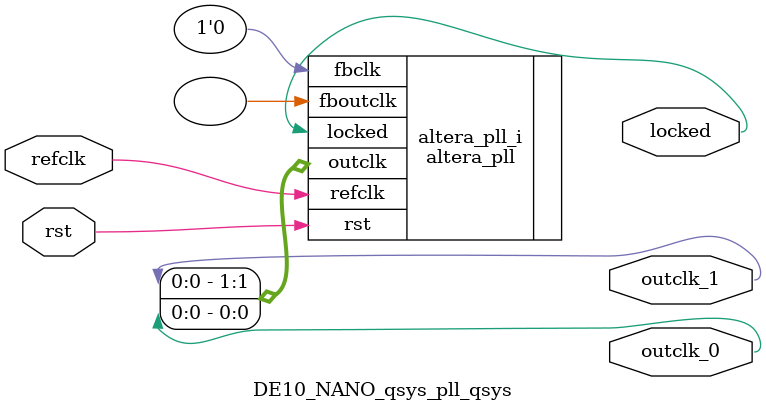
<source format=v>
`timescale 1ns/10ps
module  DE10_NANO_qsys_pll_qsys(

	// interface 'refclk'
	input wire refclk,

	// interface 'reset'
	input wire rst,

	// interface 'outclk0'
	output wire outclk_0,

	// interface 'outclk1'
	output wire outclk_1,

	// interface 'locked'
	output wire locked
);

	altera_pll #(
		.fractional_vco_multiplier("false"),
		.reference_clock_frequency("50.0 MHz"),
		.operation_mode("normal"),
		.number_of_clocks(2),
		.output_clock_frequency0("100.000000 MHz"),
		.phase_shift0("0 ps"),
		.duty_cycle0(50),
		.output_clock_frequency1("40.000000 MHz"),
		.phase_shift1("0 ps"),
		.duty_cycle1(50),
		.output_clock_frequency2("0 MHz"),
		.phase_shift2("0 ps"),
		.duty_cycle2(50),
		.output_clock_frequency3("0 MHz"),
		.phase_shift3("0 ps"),
		.duty_cycle3(50),
		.output_clock_frequency4("0 MHz"),
		.phase_shift4("0 ps"),
		.duty_cycle4(50),
		.output_clock_frequency5("0 MHz"),
		.phase_shift5("0 ps"),
		.duty_cycle5(50),
		.output_clock_frequency6("0 MHz"),
		.phase_shift6("0 ps"),
		.duty_cycle6(50),
		.output_clock_frequency7("0 MHz"),
		.phase_shift7("0 ps"),
		.duty_cycle7(50),
		.output_clock_frequency8("0 MHz"),
		.phase_shift8("0 ps"),
		.duty_cycle8(50),
		.output_clock_frequency9("0 MHz"),
		.phase_shift9("0 ps"),
		.duty_cycle9(50),
		.output_clock_frequency10("0 MHz"),
		.phase_shift10("0 ps"),
		.duty_cycle10(50),
		.output_clock_frequency11("0 MHz"),
		.phase_shift11("0 ps"),
		.duty_cycle11(50),
		.output_clock_frequency12("0 MHz"),
		.phase_shift12("0 ps"),
		.duty_cycle12(50),
		.output_clock_frequency13("0 MHz"),
		.phase_shift13("0 ps"),
		.duty_cycle13(50),
		.output_clock_frequency14("0 MHz"),
		.phase_shift14("0 ps"),
		.duty_cycle14(50),
		.output_clock_frequency15("0 MHz"),
		.phase_shift15("0 ps"),
		.duty_cycle15(50),
		.output_clock_frequency16("0 MHz"),
		.phase_shift16("0 ps"),
		.duty_cycle16(50),
		.output_clock_frequency17("0 MHz"),
		.phase_shift17("0 ps"),
		.duty_cycle17(50),
		.pll_type("General"),
		.pll_subtype("General")
	) altera_pll_i (
		.rst	(rst),
		.outclk	({outclk_1, outclk_0}),
		.locked	(locked),
		.fboutclk	( ),
		.fbclk	(1'b0),
		.refclk	(refclk)
	);
endmodule


</source>
